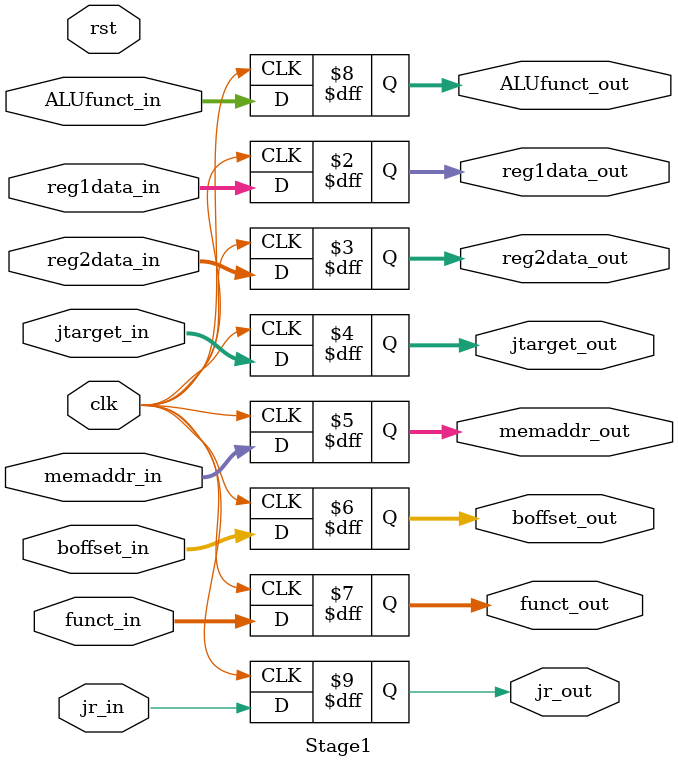
<source format=v>
/*
* 	Nathan Chinn
* 	Minion CPU - NanoQuarter
*
*	Module:  Stage1.v
*	Purpose: Stalls all necessary data 1 clock cycle
*
*
*/

module Stage1( input 			clk,
			 		rst,

		input[15:0]		reg1data_in,	// Register 1 data	
			       		reg2data_in,	// Register 2 data	
		input[7:0]		jtarget_in,	// Target to jump to 
		input[5:0]		memaddr_in,	// Memory address
		input[4:0]		boffset_in,	// Branch Offset
		input[2:0]		funct_in,	// function code
		input[2:0]		ALUfunct_in,	// ALU function Code
		input			jr_in,		// jump register?  - as of 9/8/16 I have forgot what this is supposed to do...

		output reg[15:0]	reg1data_out,	// Register 1 data	
		       			reg2data_out,	// Register 2 data	
		output reg[7:0]		jtarget_out,	// Target to jump to 
		output reg[5:0]		memaddr_out,	// Memory address
		output reg[4:0]		boffset_out,	// Branch Offset
		output reg[2:0]		funct_out,	// function code
		output reg[2:0]		ALUfunct_out,	// ALU function Code
		output reg		jr_out		// jump register?  - as of 9/8/16 I have forgot what this is supposed to do...
	  );

	always @(posedge clk) //non blocking statements...
	begin
		reg1data_out <= reg1data_in;
		reg2data_out <= reg2data_in;
		jtarget_out  <= jtarget_in;
		memaddr_out  <= memaddr_in;
		boffset_out  <= boffset_in;
		funct_out    <= funct_in;
		ALUfunct_out <= ALUfunct_in;
		jr_out 	     <= jr_in;
	end
endmodule

</source>
